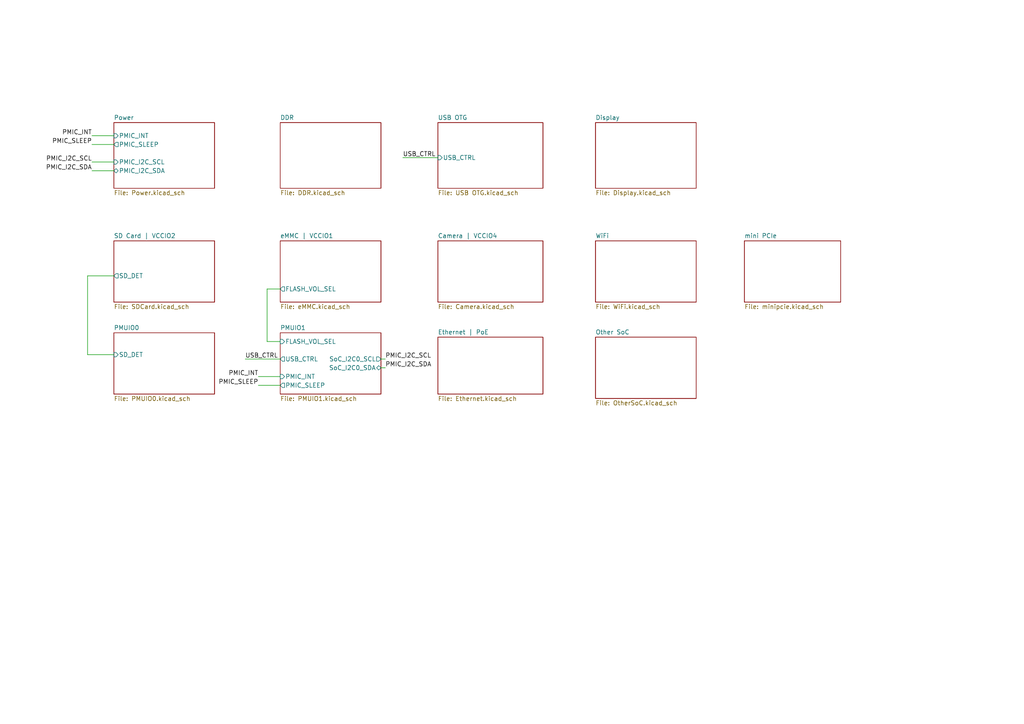
<source format=kicad_sch>
(kicad_sch (version 20230121) (generator eeschema)
  (paper "A4")
  (title_block (title "Leaf RV1126") (date "2023-02-25") (rev "1") (company "Qingdao IotPi Information Technology"))
  (lib_symbols)
  (wire (pts (xy 71.12 104.14) (xy 81.28 104.14)))
  (wire (pts (xy 77.47 99.06) (xy 77.47 83.82)))
  (wire (pts (xy 110.49 106.68) (xy 111.76 106.68)))
  (wire (pts (xy 33.02 46.99) (xy 26.67 46.99)))
  (wire (pts (xy 33.02 41.91) (xy 26.67 41.91)))
  (wire (pts (xy 81.28 111.76) (xy 74.93 111.76)))
  (wire (pts (xy 33.02 49.53) (xy 26.67 49.53)))
  (wire (pts (xy 33.02 39.37) (xy 26.67 39.37)))
  (wire (pts (xy 110.49 104.14) (xy 111.76 104.14)))
  (wire (pts (xy 81.28 99.06) (xy 77.47 99.06)))
  (wire (pts (xy 81.28 109.22) (xy 74.93 109.22)))
  (wire (pts (xy 77.47 83.82) (xy 81.28 83.82)))
  (wire (pts (xy 33.02 80.01) (xy 25.4 80.01)))
  (wire (pts (xy 116.84 45.72) (xy 127 45.72)))
  (wire (pts (xy 25.4 102.87) (xy 33.02 102.87)))
  (wire (pts (xy 25.4 80.01) (xy 25.4 102.87)))
  (label "PMIC_SLEEP" (at 74.93 111.76 180))
  (label "USB_CTRL" (at 71.12 104.14 0))
  (label "PMIC_I2C_SCL" (at 111.76 104.14 0))
  (label "PMIC_I2C_SCL" (at 26.67 46.99 180))
  (label "PMIC_INT" (at 74.93 109.22 180))
  (label "PMIC_I2C_SDA" (at 26.67 49.53 180))
  (label "USB_CTRL" (at 116.84 45.72 0))
  (label "PMIC_INT" (at 26.67 39.37 180))
  (label "PMIC_I2C_SDA" (at 111.76 106.68 0))
  (label "PMIC_SLEEP" (at 26.67 41.91 180))
  (sheet (at 81.28 69.85) (size 29.21 17.78) (stroke (width 0.1524))
    (property "Sheetname" "eMMC | VCCIO1" (at 81.28 69.1384 0) (effects (justify left bottom)))
    (property "Sheetfile" "eMMC.kicad_sch" (at 81.28 88.2146 0) (effects (justify left top)))
    (pin "FLASH_VOL_SEL" output (at 81.28 83.82 180))
  )
  (sheet (at 33.02 96.52) (size 29.21 17.78) (stroke (width 0.1524))
    (property "Sheetname" "PMUIO0" (at 33.02 95.8084 0) (effects (justify left bottom)))
    (property "Sheetfile" "PMUIO0.kicad_sch" (at 33.02 114.8846 0) (effects (justify left top)))
    (pin "SD_DET" input (at 33.02 102.87 180))
  )
  (sheet (at 33.02 69.85) (size 29.21 17.78) (stroke (width 0.1524))
    (property "Sheetname" "SD Card | VCCIO2" (at 33.02 69.1384 0) (effects (justify left bottom)))
    (property "Sheetfile" "SDCard.kicad_sch" (at 33.02 88.2146 0) (effects (justify left top)))
    (pin "SD_DET" output (at 33.02 80.01 180))
  )
  (sheet (at 172.72 97.79) (size 29.21 17.78) (stroke (width 0.1524))
    (property "Sheetname" "Other SoC" (at 172.72 97.0784 0) (effects (justify left bottom)))
    (property "Sheetfile" "OtherSoC.kicad_sch" (at 172.72 116.1546 0) (effects (justify left top)))
  )
  (sheet (at 81.28 96.52) (size 29.21 17.78) (stroke (width 0.1524))
    (property "Sheetname" "PMUIO1" (at 81.28 95.8084 0) (effects (justify left bottom)))
    (property "Sheetfile" "PMUIO1.kicad_sch" (at 81.28 114.8846 0) (effects (justify left top)))
    (pin "USB_CTRL" output (at 81.28 104.14 180))
    (pin "FLASH_VOL_SEL" input (at 81.28 99.06 180))
    (pin "PMIC_INT" input (at 81.28 109.22 180))
    (pin "PMIC_SLEEP" output (at 81.28 111.76 180))
    (pin "SoC_I2C0_SCL" output (at 110.49 104.14 0))
    (pin "SoC_I2C0_SDA" bidirectional (at 110.49 106.68 0))
  )
  (sheet (at 81.28 35.56) (size 29.21 19.05) (stroke (width 0.1524))
    (property "Sheetname" "DDR" (at 81.28 34.8484 0) (effects (justify left bottom)))
    (property "Sheetfile" "DDR.kicad_sch" (at 81.28 55.1946 0) (effects (justify left top)))
  )
  (sheet (at 172.72 35.56) (size 29.21 19.05) (stroke (width 0.1524))
    (property "Sheetname" "Display" (at 172.72 34.8484 0) (effects (justify left bottom)))
    (property "Sheetfile" "Display.kicad_sch" (at 172.72 55.1946 0) (effects (justify left top)))
  )
  (sheet (at 127 97.79) (size 30.48 16.51) (stroke (width 0.1524))
    (property "Sheetname" "Ethernet | PoE" (at 127 97.0784 0) (effects (justify left bottom)))
    (property "Sheetfile" "Ethernet.kicad_sch" (at 127 114.8846 0) (effects (justify left top)))
  )
  (sheet (at 127 69.85) (size 30.48 17.78) (stroke (width 0.1524))
    (property "Sheetname" "Camera | VCCIO4" (at 127 69.1384 0) (effects (justify left bottom)))
    (property "Sheetfile" "Camera.kicad_sch" (at 127 88.2146 0) (effects (justify left top)))
  )
  (sheet (at 127 35.56) (size 30.48 19.05) (stroke (width 0.1524))
    (property "Sheetname" "USB OTG" (at 127 34.8484 0) (effects (justify left bottom)))
    (property "Sheetfile" "USB OTG.kicad_sch" (at 127 55.1946 0) (effects (justify left top)))
    (pin "USB_CTRL" input (at 127 45.72 180))
  )
  (sheet (at 172.72 69.85) (size 29.21 17.78) (stroke (width 0.1524))
    (property "Sheetname" "WiFi" (at 172.72 69.1384 0) (effects (justify left bottom)))
    (property "Sheetfile" "WiFi.kicad_sch" (at 172.72 88.2146 0) (effects (justify left top)))
  )
  (sheet (at 33.02 35.56) (size 29.21 19.05) (stroke (width 0.1524))
    (property "Sheetname" "Power" (at 33.02 34.8484 0) (effects (justify left bottom)))
    (property "Sheetfile" "Power.kicad_sch" (at 33.02 55.1946 0) (effects (justify left top)))
    (pin "PMIC_SLEEP" output (at 33.02 41.91 180))
    (pin "PMIC_INT" input (at 33.02 39.37 180))
    (pin "PMIC_I2C_SCL" input (at 33.02 46.99 180))
    (pin "PMIC_I2C_SDA" bidirectional (at 33.02 49.53 180))
  )
  (sheet (at 215.9 69.85) (size 27.94 17.78) (stroke (width 0.1524))
    (property "Sheetname" "mini PCIe" (at 215.9 69.1384 0) (effects (justify left bottom)))
    (property "Sheetfile" "minipcie.kicad_sch" (at 215.9 88.2146 0) (effects (justify left top)))
  )
)
</source>
